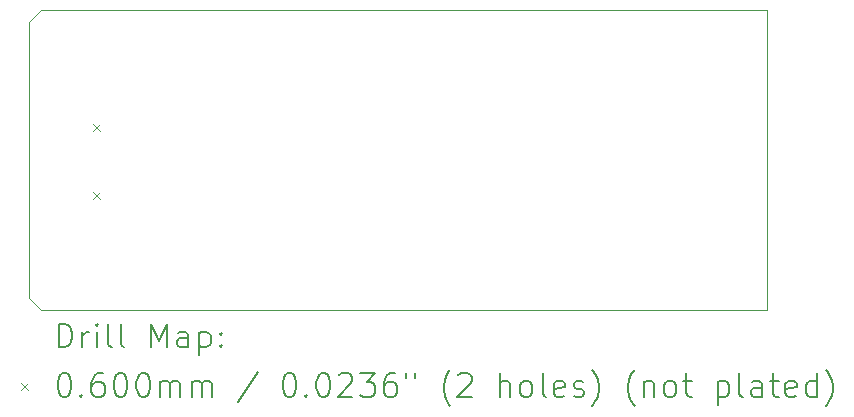
<source format=gbr>
%TF.GenerationSoftware,KiCad,Pcbnew,8.0.4*%
%TF.CreationDate,2024-11-10T20:26:29+01:00*%
%TF.ProjectId,NatSi-DevKit,4e617453-692d-4446-9576-4b69742e6b69,v1.0.0*%
%TF.SameCoordinates,Original*%
%TF.FileFunction,Drillmap*%
%TF.FilePolarity,Positive*%
%FSLAX45Y45*%
G04 Gerber Fmt 4.5, Leading zero omitted, Abs format (unit mm)*
G04 Created by KiCad (PCBNEW 8.0.4) date 2024-11-10 20:26:29*
%MOMM*%
%LPD*%
G01*
G04 APERTURE LIST*
%ADD10C,0.100000*%
%ADD11C,0.200000*%
G04 APERTURE END LIST*
D10*
X11323100Y-8713000D02*
X11221500Y-8814600D01*
X11221500Y-8814600D02*
X11221500Y-11151400D01*
X17475300Y-8713000D02*
X17475300Y-11253000D01*
X17475300Y-11253000D02*
X11323100Y-11253000D01*
X11221500Y-11151400D02*
X11323100Y-11253000D01*
X11323100Y-8713000D02*
X17475300Y-8713000D01*
D11*
D10*
X11768100Y-9676300D02*
X11828100Y-9736300D01*
X11828100Y-9676300D02*
X11768100Y-9736300D01*
X11768100Y-10254300D02*
X11828100Y-10314300D01*
X11828100Y-10254300D02*
X11768100Y-10314300D01*
D11*
X11477277Y-11569484D02*
X11477277Y-11369484D01*
X11477277Y-11369484D02*
X11524896Y-11369484D01*
X11524896Y-11369484D02*
X11553467Y-11379008D01*
X11553467Y-11379008D02*
X11572515Y-11398055D01*
X11572515Y-11398055D02*
X11582039Y-11417103D01*
X11582039Y-11417103D02*
X11591562Y-11455198D01*
X11591562Y-11455198D02*
X11591562Y-11483769D01*
X11591562Y-11483769D02*
X11582039Y-11521865D01*
X11582039Y-11521865D02*
X11572515Y-11540912D01*
X11572515Y-11540912D02*
X11553467Y-11559960D01*
X11553467Y-11559960D02*
X11524896Y-11569484D01*
X11524896Y-11569484D02*
X11477277Y-11569484D01*
X11677277Y-11569484D02*
X11677277Y-11436150D01*
X11677277Y-11474246D02*
X11686801Y-11455198D01*
X11686801Y-11455198D02*
X11696324Y-11445674D01*
X11696324Y-11445674D02*
X11715372Y-11436150D01*
X11715372Y-11436150D02*
X11734420Y-11436150D01*
X11801086Y-11569484D02*
X11801086Y-11436150D01*
X11801086Y-11369484D02*
X11791562Y-11379008D01*
X11791562Y-11379008D02*
X11801086Y-11388531D01*
X11801086Y-11388531D02*
X11810610Y-11379008D01*
X11810610Y-11379008D02*
X11801086Y-11369484D01*
X11801086Y-11369484D02*
X11801086Y-11388531D01*
X11924896Y-11569484D02*
X11905848Y-11559960D01*
X11905848Y-11559960D02*
X11896324Y-11540912D01*
X11896324Y-11540912D02*
X11896324Y-11369484D01*
X12029658Y-11569484D02*
X12010610Y-11559960D01*
X12010610Y-11559960D02*
X12001086Y-11540912D01*
X12001086Y-11540912D02*
X12001086Y-11369484D01*
X12258229Y-11569484D02*
X12258229Y-11369484D01*
X12258229Y-11369484D02*
X12324896Y-11512341D01*
X12324896Y-11512341D02*
X12391562Y-11369484D01*
X12391562Y-11369484D02*
X12391562Y-11569484D01*
X12572515Y-11569484D02*
X12572515Y-11464722D01*
X12572515Y-11464722D02*
X12562991Y-11445674D01*
X12562991Y-11445674D02*
X12543943Y-11436150D01*
X12543943Y-11436150D02*
X12505848Y-11436150D01*
X12505848Y-11436150D02*
X12486801Y-11445674D01*
X12572515Y-11559960D02*
X12553467Y-11569484D01*
X12553467Y-11569484D02*
X12505848Y-11569484D01*
X12505848Y-11569484D02*
X12486801Y-11559960D01*
X12486801Y-11559960D02*
X12477277Y-11540912D01*
X12477277Y-11540912D02*
X12477277Y-11521865D01*
X12477277Y-11521865D02*
X12486801Y-11502817D01*
X12486801Y-11502817D02*
X12505848Y-11493293D01*
X12505848Y-11493293D02*
X12553467Y-11493293D01*
X12553467Y-11493293D02*
X12572515Y-11483769D01*
X12667753Y-11436150D02*
X12667753Y-11636150D01*
X12667753Y-11445674D02*
X12686801Y-11436150D01*
X12686801Y-11436150D02*
X12724896Y-11436150D01*
X12724896Y-11436150D02*
X12743943Y-11445674D01*
X12743943Y-11445674D02*
X12753467Y-11455198D01*
X12753467Y-11455198D02*
X12762991Y-11474246D01*
X12762991Y-11474246D02*
X12762991Y-11531388D01*
X12762991Y-11531388D02*
X12753467Y-11550436D01*
X12753467Y-11550436D02*
X12743943Y-11559960D01*
X12743943Y-11559960D02*
X12724896Y-11569484D01*
X12724896Y-11569484D02*
X12686801Y-11569484D01*
X12686801Y-11569484D02*
X12667753Y-11559960D01*
X12848705Y-11550436D02*
X12858229Y-11559960D01*
X12858229Y-11559960D02*
X12848705Y-11569484D01*
X12848705Y-11569484D02*
X12839182Y-11559960D01*
X12839182Y-11559960D02*
X12848705Y-11550436D01*
X12848705Y-11550436D02*
X12848705Y-11569484D01*
X12848705Y-11445674D02*
X12858229Y-11455198D01*
X12858229Y-11455198D02*
X12848705Y-11464722D01*
X12848705Y-11464722D02*
X12839182Y-11455198D01*
X12839182Y-11455198D02*
X12848705Y-11445674D01*
X12848705Y-11445674D02*
X12848705Y-11464722D01*
D10*
X11156500Y-11868000D02*
X11216500Y-11928000D01*
X11216500Y-11868000D02*
X11156500Y-11928000D01*
D11*
X11515372Y-11789484D02*
X11534420Y-11789484D01*
X11534420Y-11789484D02*
X11553467Y-11799008D01*
X11553467Y-11799008D02*
X11562991Y-11808531D01*
X11562991Y-11808531D02*
X11572515Y-11827579D01*
X11572515Y-11827579D02*
X11582039Y-11865674D01*
X11582039Y-11865674D02*
X11582039Y-11913293D01*
X11582039Y-11913293D02*
X11572515Y-11951388D01*
X11572515Y-11951388D02*
X11562991Y-11970436D01*
X11562991Y-11970436D02*
X11553467Y-11979960D01*
X11553467Y-11979960D02*
X11534420Y-11989484D01*
X11534420Y-11989484D02*
X11515372Y-11989484D01*
X11515372Y-11989484D02*
X11496324Y-11979960D01*
X11496324Y-11979960D02*
X11486801Y-11970436D01*
X11486801Y-11970436D02*
X11477277Y-11951388D01*
X11477277Y-11951388D02*
X11467753Y-11913293D01*
X11467753Y-11913293D02*
X11467753Y-11865674D01*
X11467753Y-11865674D02*
X11477277Y-11827579D01*
X11477277Y-11827579D02*
X11486801Y-11808531D01*
X11486801Y-11808531D02*
X11496324Y-11799008D01*
X11496324Y-11799008D02*
X11515372Y-11789484D01*
X11667753Y-11970436D02*
X11677277Y-11979960D01*
X11677277Y-11979960D02*
X11667753Y-11989484D01*
X11667753Y-11989484D02*
X11658229Y-11979960D01*
X11658229Y-11979960D02*
X11667753Y-11970436D01*
X11667753Y-11970436D02*
X11667753Y-11989484D01*
X11848705Y-11789484D02*
X11810610Y-11789484D01*
X11810610Y-11789484D02*
X11791562Y-11799008D01*
X11791562Y-11799008D02*
X11782039Y-11808531D01*
X11782039Y-11808531D02*
X11762991Y-11837103D01*
X11762991Y-11837103D02*
X11753467Y-11875198D01*
X11753467Y-11875198D02*
X11753467Y-11951388D01*
X11753467Y-11951388D02*
X11762991Y-11970436D01*
X11762991Y-11970436D02*
X11772515Y-11979960D01*
X11772515Y-11979960D02*
X11791562Y-11989484D01*
X11791562Y-11989484D02*
X11829658Y-11989484D01*
X11829658Y-11989484D02*
X11848705Y-11979960D01*
X11848705Y-11979960D02*
X11858229Y-11970436D01*
X11858229Y-11970436D02*
X11867753Y-11951388D01*
X11867753Y-11951388D02*
X11867753Y-11903769D01*
X11867753Y-11903769D02*
X11858229Y-11884722D01*
X11858229Y-11884722D02*
X11848705Y-11875198D01*
X11848705Y-11875198D02*
X11829658Y-11865674D01*
X11829658Y-11865674D02*
X11791562Y-11865674D01*
X11791562Y-11865674D02*
X11772515Y-11875198D01*
X11772515Y-11875198D02*
X11762991Y-11884722D01*
X11762991Y-11884722D02*
X11753467Y-11903769D01*
X11991562Y-11789484D02*
X12010610Y-11789484D01*
X12010610Y-11789484D02*
X12029658Y-11799008D01*
X12029658Y-11799008D02*
X12039182Y-11808531D01*
X12039182Y-11808531D02*
X12048705Y-11827579D01*
X12048705Y-11827579D02*
X12058229Y-11865674D01*
X12058229Y-11865674D02*
X12058229Y-11913293D01*
X12058229Y-11913293D02*
X12048705Y-11951388D01*
X12048705Y-11951388D02*
X12039182Y-11970436D01*
X12039182Y-11970436D02*
X12029658Y-11979960D01*
X12029658Y-11979960D02*
X12010610Y-11989484D01*
X12010610Y-11989484D02*
X11991562Y-11989484D01*
X11991562Y-11989484D02*
X11972515Y-11979960D01*
X11972515Y-11979960D02*
X11962991Y-11970436D01*
X11962991Y-11970436D02*
X11953467Y-11951388D01*
X11953467Y-11951388D02*
X11943943Y-11913293D01*
X11943943Y-11913293D02*
X11943943Y-11865674D01*
X11943943Y-11865674D02*
X11953467Y-11827579D01*
X11953467Y-11827579D02*
X11962991Y-11808531D01*
X11962991Y-11808531D02*
X11972515Y-11799008D01*
X11972515Y-11799008D02*
X11991562Y-11789484D01*
X12182039Y-11789484D02*
X12201086Y-11789484D01*
X12201086Y-11789484D02*
X12220134Y-11799008D01*
X12220134Y-11799008D02*
X12229658Y-11808531D01*
X12229658Y-11808531D02*
X12239182Y-11827579D01*
X12239182Y-11827579D02*
X12248705Y-11865674D01*
X12248705Y-11865674D02*
X12248705Y-11913293D01*
X12248705Y-11913293D02*
X12239182Y-11951388D01*
X12239182Y-11951388D02*
X12229658Y-11970436D01*
X12229658Y-11970436D02*
X12220134Y-11979960D01*
X12220134Y-11979960D02*
X12201086Y-11989484D01*
X12201086Y-11989484D02*
X12182039Y-11989484D01*
X12182039Y-11989484D02*
X12162991Y-11979960D01*
X12162991Y-11979960D02*
X12153467Y-11970436D01*
X12153467Y-11970436D02*
X12143943Y-11951388D01*
X12143943Y-11951388D02*
X12134420Y-11913293D01*
X12134420Y-11913293D02*
X12134420Y-11865674D01*
X12134420Y-11865674D02*
X12143943Y-11827579D01*
X12143943Y-11827579D02*
X12153467Y-11808531D01*
X12153467Y-11808531D02*
X12162991Y-11799008D01*
X12162991Y-11799008D02*
X12182039Y-11789484D01*
X12334420Y-11989484D02*
X12334420Y-11856150D01*
X12334420Y-11875198D02*
X12343943Y-11865674D01*
X12343943Y-11865674D02*
X12362991Y-11856150D01*
X12362991Y-11856150D02*
X12391563Y-11856150D01*
X12391563Y-11856150D02*
X12410610Y-11865674D01*
X12410610Y-11865674D02*
X12420134Y-11884722D01*
X12420134Y-11884722D02*
X12420134Y-11989484D01*
X12420134Y-11884722D02*
X12429658Y-11865674D01*
X12429658Y-11865674D02*
X12448705Y-11856150D01*
X12448705Y-11856150D02*
X12477277Y-11856150D01*
X12477277Y-11856150D02*
X12496324Y-11865674D01*
X12496324Y-11865674D02*
X12505848Y-11884722D01*
X12505848Y-11884722D02*
X12505848Y-11989484D01*
X12601086Y-11989484D02*
X12601086Y-11856150D01*
X12601086Y-11875198D02*
X12610610Y-11865674D01*
X12610610Y-11865674D02*
X12629658Y-11856150D01*
X12629658Y-11856150D02*
X12658229Y-11856150D01*
X12658229Y-11856150D02*
X12677277Y-11865674D01*
X12677277Y-11865674D02*
X12686801Y-11884722D01*
X12686801Y-11884722D02*
X12686801Y-11989484D01*
X12686801Y-11884722D02*
X12696324Y-11865674D01*
X12696324Y-11865674D02*
X12715372Y-11856150D01*
X12715372Y-11856150D02*
X12743943Y-11856150D01*
X12743943Y-11856150D02*
X12762991Y-11865674D01*
X12762991Y-11865674D02*
X12772515Y-11884722D01*
X12772515Y-11884722D02*
X12772515Y-11989484D01*
X13162991Y-11779960D02*
X12991563Y-12037103D01*
X13420134Y-11789484D02*
X13439182Y-11789484D01*
X13439182Y-11789484D02*
X13458229Y-11799008D01*
X13458229Y-11799008D02*
X13467753Y-11808531D01*
X13467753Y-11808531D02*
X13477277Y-11827579D01*
X13477277Y-11827579D02*
X13486801Y-11865674D01*
X13486801Y-11865674D02*
X13486801Y-11913293D01*
X13486801Y-11913293D02*
X13477277Y-11951388D01*
X13477277Y-11951388D02*
X13467753Y-11970436D01*
X13467753Y-11970436D02*
X13458229Y-11979960D01*
X13458229Y-11979960D02*
X13439182Y-11989484D01*
X13439182Y-11989484D02*
X13420134Y-11989484D01*
X13420134Y-11989484D02*
X13401086Y-11979960D01*
X13401086Y-11979960D02*
X13391563Y-11970436D01*
X13391563Y-11970436D02*
X13382039Y-11951388D01*
X13382039Y-11951388D02*
X13372515Y-11913293D01*
X13372515Y-11913293D02*
X13372515Y-11865674D01*
X13372515Y-11865674D02*
X13382039Y-11827579D01*
X13382039Y-11827579D02*
X13391563Y-11808531D01*
X13391563Y-11808531D02*
X13401086Y-11799008D01*
X13401086Y-11799008D02*
X13420134Y-11789484D01*
X13572515Y-11970436D02*
X13582039Y-11979960D01*
X13582039Y-11979960D02*
X13572515Y-11989484D01*
X13572515Y-11989484D02*
X13562991Y-11979960D01*
X13562991Y-11979960D02*
X13572515Y-11970436D01*
X13572515Y-11970436D02*
X13572515Y-11989484D01*
X13705848Y-11789484D02*
X13724896Y-11789484D01*
X13724896Y-11789484D02*
X13743944Y-11799008D01*
X13743944Y-11799008D02*
X13753467Y-11808531D01*
X13753467Y-11808531D02*
X13762991Y-11827579D01*
X13762991Y-11827579D02*
X13772515Y-11865674D01*
X13772515Y-11865674D02*
X13772515Y-11913293D01*
X13772515Y-11913293D02*
X13762991Y-11951388D01*
X13762991Y-11951388D02*
X13753467Y-11970436D01*
X13753467Y-11970436D02*
X13743944Y-11979960D01*
X13743944Y-11979960D02*
X13724896Y-11989484D01*
X13724896Y-11989484D02*
X13705848Y-11989484D01*
X13705848Y-11989484D02*
X13686801Y-11979960D01*
X13686801Y-11979960D02*
X13677277Y-11970436D01*
X13677277Y-11970436D02*
X13667753Y-11951388D01*
X13667753Y-11951388D02*
X13658229Y-11913293D01*
X13658229Y-11913293D02*
X13658229Y-11865674D01*
X13658229Y-11865674D02*
X13667753Y-11827579D01*
X13667753Y-11827579D02*
X13677277Y-11808531D01*
X13677277Y-11808531D02*
X13686801Y-11799008D01*
X13686801Y-11799008D02*
X13705848Y-11789484D01*
X13848706Y-11808531D02*
X13858229Y-11799008D01*
X13858229Y-11799008D02*
X13877277Y-11789484D01*
X13877277Y-11789484D02*
X13924896Y-11789484D01*
X13924896Y-11789484D02*
X13943944Y-11799008D01*
X13943944Y-11799008D02*
X13953467Y-11808531D01*
X13953467Y-11808531D02*
X13962991Y-11827579D01*
X13962991Y-11827579D02*
X13962991Y-11846627D01*
X13962991Y-11846627D02*
X13953467Y-11875198D01*
X13953467Y-11875198D02*
X13839182Y-11989484D01*
X13839182Y-11989484D02*
X13962991Y-11989484D01*
X14029658Y-11789484D02*
X14153467Y-11789484D01*
X14153467Y-11789484D02*
X14086801Y-11865674D01*
X14086801Y-11865674D02*
X14115372Y-11865674D01*
X14115372Y-11865674D02*
X14134420Y-11875198D01*
X14134420Y-11875198D02*
X14143944Y-11884722D01*
X14143944Y-11884722D02*
X14153467Y-11903769D01*
X14153467Y-11903769D02*
X14153467Y-11951388D01*
X14153467Y-11951388D02*
X14143944Y-11970436D01*
X14143944Y-11970436D02*
X14134420Y-11979960D01*
X14134420Y-11979960D02*
X14115372Y-11989484D01*
X14115372Y-11989484D02*
X14058229Y-11989484D01*
X14058229Y-11989484D02*
X14039182Y-11979960D01*
X14039182Y-11979960D02*
X14029658Y-11970436D01*
X14324896Y-11789484D02*
X14286801Y-11789484D01*
X14286801Y-11789484D02*
X14267753Y-11799008D01*
X14267753Y-11799008D02*
X14258229Y-11808531D01*
X14258229Y-11808531D02*
X14239182Y-11837103D01*
X14239182Y-11837103D02*
X14229658Y-11875198D01*
X14229658Y-11875198D02*
X14229658Y-11951388D01*
X14229658Y-11951388D02*
X14239182Y-11970436D01*
X14239182Y-11970436D02*
X14248706Y-11979960D01*
X14248706Y-11979960D02*
X14267753Y-11989484D01*
X14267753Y-11989484D02*
X14305848Y-11989484D01*
X14305848Y-11989484D02*
X14324896Y-11979960D01*
X14324896Y-11979960D02*
X14334420Y-11970436D01*
X14334420Y-11970436D02*
X14343944Y-11951388D01*
X14343944Y-11951388D02*
X14343944Y-11903769D01*
X14343944Y-11903769D02*
X14334420Y-11884722D01*
X14334420Y-11884722D02*
X14324896Y-11875198D01*
X14324896Y-11875198D02*
X14305848Y-11865674D01*
X14305848Y-11865674D02*
X14267753Y-11865674D01*
X14267753Y-11865674D02*
X14248706Y-11875198D01*
X14248706Y-11875198D02*
X14239182Y-11884722D01*
X14239182Y-11884722D02*
X14229658Y-11903769D01*
X14420134Y-11789484D02*
X14420134Y-11827579D01*
X14496325Y-11789484D02*
X14496325Y-11827579D01*
X14791563Y-12065674D02*
X14782039Y-12056150D01*
X14782039Y-12056150D02*
X14762991Y-12027579D01*
X14762991Y-12027579D02*
X14753468Y-12008531D01*
X14753468Y-12008531D02*
X14743944Y-11979960D01*
X14743944Y-11979960D02*
X14734420Y-11932341D01*
X14734420Y-11932341D02*
X14734420Y-11894246D01*
X14734420Y-11894246D02*
X14743944Y-11846627D01*
X14743944Y-11846627D02*
X14753468Y-11818055D01*
X14753468Y-11818055D02*
X14762991Y-11799008D01*
X14762991Y-11799008D02*
X14782039Y-11770436D01*
X14782039Y-11770436D02*
X14791563Y-11760912D01*
X14858229Y-11808531D02*
X14867753Y-11799008D01*
X14867753Y-11799008D02*
X14886801Y-11789484D01*
X14886801Y-11789484D02*
X14934420Y-11789484D01*
X14934420Y-11789484D02*
X14953468Y-11799008D01*
X14953468Y-11799008D02*
X14962991Y-11808531D01*
X14962991Y-11808531D02*
X14972515Y-11827579D01*
X14972515Y-11827579D02*
X14972515Y-11846627D01*
X14972515Y-11846627D02*
X14962991Y-11875198D01*
X14962991Y-11875198D02*
X14848706Y-11989484D01*
X14848706Y-11989484D02*
X14972515Y-11989484D01*
X15210610Y-11989484D02*
X15210610Y-11789484D01*
X15296325Y-11989484D02*
X15296325Y-11884722D01*
X15296325Y-11884722D02*
X15286801Y-11865674D01*
X15286801Y-11865674D02*
X15267753Y-11856150D01*
X15267753Y-11856150D02*
X15239182Y-11856150D01*
X15239182Y-11856150D02*
X15220134Y-11865674D01*
X15220134Y-11865674D02*
X15210610Y-11875198D01*
X15420134Y-11989484D02*
X15401087Y-11979960D01*
X15401087Y-11979960D02*
X15391563Y-11970436D01*
X15391563Y-11970436D02*
X15382039Y-11951388D01*
X15382039Y-11951388D02*
X15382039Y-11894246D01*
X15382039Y-11894246D02*
X15391563Y-11875198D01*
X15391563Y-11875198D02*
X15401087Y-11865674D01*
X15401087Y-11865674D02*
X15420134Y-11856150D01*
X15420134Y-11856150D02*
X15448706Y-11856150D01*
X15448706Y-11856150D02*
X15467753Y-11865674D01*
X15467753Y-11865674D02*
X15477277Y-11875198D01*
X15477277Y-11875198D02*
X15486801Y-11894246D01*
X15486801Y-11894246D02*
X15486801Y-11951388D01*
X15486801Y-11951388D02*
X15477277Y-11970436D01*
X15477277Y-11970436D02*
X15467753Y-11979960D01*
X15467753Y-11979960D02*
X15448706Y-11989484D01*
X15448706Y-11989484D02*
X15420134Y-11989484D01*
X15601087Y-11989484D02*
X15582039Y-11979960D01*
X15582039Y-11979960D02*
X15572515Y-11960912D01*
X15572515Y-11960912D02*
X15572515Y-11789484D01*
X15753468Y-11979960D02*
X15734420Y-11989484D01*
X15734420Y-11989484D02*
X15696325Y-11989484D01*
X15696325Y-11989484D02*
X15677277Y-11979960D01*
X15677277Y-11979960D02*
X15667753Y-11960912D01*
X15667753Y-11960912D02*
X15667753Y-11884722D01*
X15667753Y-11884722D02*
X15677277Y-11865674D01*
X15677277Y-11865674D02*
X15696325Y-11856150D01*
X15696325Y-11856150D02*
X15734420Y-11856150D01*
X15734420Y-11856150D02*
X15753468Y-11865674D01*
X15753468Y-11865674D02*
X15762991Y-11884722D01*
X15762991Y-11884722D02*
X15762991Y-11903769D01*
X15762991Y-11903769D02*
X15667753Y-11922817D01*
X15839182Y-11979960D02*
X15858230Y-11989484D01*
X15858230Y-11989484D02*
X15896325Y-11989484D01*
X15896325Y-11989484D02*
X15915372Y-11979960D01*
X15915372Y-11979960D02*
X15924896Y-11960912D01*
X15924896Y-11960912D02*
X15924896Y-11951388D01*
X15924896Y-11951388D02*
X15915372Y-11932341D01*
X15915372Y-11932341D02*
X15896325Y-11922817D01*
X15896325Y-11922817D02*
X15867753Y-11922817D01*
X15867753Y-11922817D02*
X15848706Y-11913293D01*
X15848706Y-11913293D02*
X15839182Y-11894246D01*
X15839182Y-11894246D02*
X15839182Y-11884722D01*
X15839182Y-11884722D02*
X15848706Y-11865674D01*
X15848706Y-11865674D02*
X15867753Y-11856150D01*
X15867753Y-11856150D02*
X15896325Y-11856150D01*
X15896325Y-11856150D02*
X15915372Y-11865674D01*
X15991563Y-12065674D02*
X16001087Y-12056150D01*
X16001087Y-12056150D02*
X16020134Y-12027579D01*
X16020134Y-12027579D02*
X16029658Y-12008531D01*
X16029658Y-12008531D02*
X16039182Y-11979960D01*
X16039182Y-11979960D02*
X16048706Y-11932341D01*
X16048706Y-11932341D02*
X16048706Y-11894246D01*
X16048706Y-11894246D02*
X16039182Y-11846627D01*
X16039182Y-11846627D02*
X16029658Y-11818055D01*
X16029658Y-11818055D02*
X16020134Y-11799008D01*
X16020134Y-11799008D02*
X16001087Y-11770436D01*
X16001087Y-11770436D02*
X15991563Y-11760912D01*
X16353468Y-12065674D02*
X16343944Y-12056150D01*
X16343944Y-12056150D02*
X16324896Y-12027579D01*
X16324896Y-12027579D02*
X16315372Y-12008531D01*
X16315372Y-12008531D02*
X16305849Y-11979960D01*
X16305849Y-11979960D02*
X16296325Y-11932341D01*
X16296325Y-11932341D02*
X16296325Y-11894246D01*
X16296325Y-11894246D02*
X16305849Y-11846627D01*
X16305849Y-11846627D02*
X16315372Y-11818055D01*
X16315372Y-11818055D02*
X16324896Y-11799008D01*
X16324896Y-11799008D02*
X16343944Y-11770436D01*
X16343944Y-11770436D02*
X16353468Y-11760912D01*
X16429658Y-11856150D02*
X16429658Y-11989484D01*
X16429658Y-11875198D02*
X16439182Y-11865674D01*
X16439182Y-11865674D02*
X16458230Y-11856150D01*
X16458230Y-11856150D02*
X16486801Y-11856150D01*
X16486801Y-11856150D02*
X16505849Y-11865674D01*
X16505849Y-11865674D02*
X16515372Y-11884722D01*
X16515372Y-11884722D02*
X16515372Y-11989484D01*
X16639182Y-11989484D02*
X16620134Y-11979960D01*
X16620134Y-11979960D02*
X16610611Y-11970436D01*
X16610611Y-11970436D02*
X16601087Y-11951388D01*
X16601087Y-11951388D02*
X16601087Y-11894246D01*
X16601087Y-11894246D02*
X16610611Y-11875198D01*
X16610611Y-11875198D02*
X16620134Y-11865674D01*
X16620134Y-11865674D02*
X16639182Y-11856150D01*
X16639182Y-11856150D02*
X16667753Y-11856150D01*
X16667753Y-11856150D02*
X16686801Y-11865674D01*
X16686801Y-11865674D02*
X16696325Y-11875198D01*
X16696325Y-11875198D02*
X16705849Y-11894246D01*
X16705849Y-11894246D02*
X16705849Y-11951388D01*
X16705849Y-11951388D02*
X16696325Y-11970436D01*
X16696325Y-11970436D02*
X16686801Y-11979960D01*
X16686801Y-11979960D02*
X16667753Y-11989484D01*
X16667753Y-11989484D02*
X16639182Y-11989484D01*
X16762992Y-11856150D02*
X16839182Y-11856150D01*
X16791563Y-11789484D02*
X16791563Y-11960912D01*
X16791563Y-11960912D02*
X16801087Y-11979960D01*
X16801087Y-11979960D02*
X16820134Y-11989484D01*
X16820134Y-11989484D02*
X16839182Y-11989484D01*
X17058230Y-11856150D02*
X17058230Y-12056150D01*
X17058230Y-11865674D02*
X17077277Y-11856150D01*
X17077277Y-11856150D02*
X17115373Y-11856150D01*
X17115373Y-11856150D02*
X17134420Y-11865674D01*
X17134420Y-11865674D02*
X17143944Y-11875198D01*
X17143944Y-11875198D02*
X17153468Y-11894246D01*
X17153468Y-11894246D02*
X17153468Y-11951388D01*
X17153468Y-11951388D02*
X17143944Y-11970436D01*
X17143944Y-11970436D02*
X17134420Y-11979960D01*
X17134420Y-11979960D02*
X17115373Y-11989484D01*
X17115373Y-11989484D02*
X17077277Y-11989484D01*
X17077277Y-11989484D02*
X17058230Y-11979960D01*
X17267754Y-11989484D02*
X17248706Y-11979960D01*
X17248706Y-11979960D02*
X17239182Y-11960912D01*
X17239182Y-11960912D02*
X17239182Y-11789484D01*
X17429658Y-11989484D02*
X17429658Y-11884722D01*
X17429658Y-11884722D02*
X17420135Y-11865674D01*
X17420135Y-11865674D02*
X17401087Y-11856150D01*
X17401087Y-11856150D02*
X17362992Y-11856150D01*
X17362992Y-11856150D02*
X17343944Y-11865674D01*
X17429658Y-11979960D02*
X17410611Y-11989484D01*
X17410611Y-11989484D02*
X17362992Y-11989484D01*
X17362992Y-11989484D02*
X17343944Y-11979960D01*
X17343944Y-11979960D02*
X17334420Y-11960912D01*
X17334420Y-11960912D02*
X17334420Y-11941865D01*
X17334420Y-11941865D02*
X17343944Y-11922817D01*
X17343944Y-11922817D02*
X17362992Y-11913293D01*
X17362992Y-11913293D02*
X17410611Y-11913293D01*
X17410611Y-11913293D02*
X17429658Y-11903769D01*
X17496325Y-11856150D02*
X17572515Y-11856150D01*
X17524896Y-11789484D02*
X17524896Y-11960912D01*
X17524896Y-11960912D02*
X17534420Y-11979960D01*
X17534420Y-11979960D02*
X17553468Y-11989484D01*
X17553468Y-11989484D02*
X17572515Y-11989484D01*
X17715373Y-11979960D02*
X17696325Y-11989484D01*
X17696325Y-11989484D02*
X17658230Y-11989484D01*
X17658230Y-11989484D02*
X17639182Y-11979960D01*
X17639182Y-11979960D02*
X17629658Y-11960912D01*
X17629658Y-11960912D02*
X17629658Y-11884722D01*
X17629658Y-11884722D02*
X17639182Y-11865674D01*
X17639182Y-11865674D02*
X17658230Y-11856150D01*
X17658230Y-11856150D02*
X17696325Y-11856150D01*
X17696325Y-11856150D02*
X17715373Y-11865674D01*
X17715373Y-11865674D02*
X17724896Y-11884722D01*
X17724896Y-11884722D02*
X17724896Y-11903769D01*
X17724896Y-11903769D02*
X17629658Y-11922817D01*
X17896325Y-11989484D02*
X17896325Y-11789484D01*
X17896325Y-11979960D02*
X17877277Y-11989484D01*
X17877277Y-11989484D02*
X17839182Y-11989484D01*
X17839182Y-11989484D02*
X17820135Y-11979960D01*
X17820135Y-11979960D02*
X17810611Y-11970436D01*
X17810611Y-11970436D02*
X17801087Y-11951388D01*
X17801087Y-11951388D02*
X17801087Y-11894246D01*
X17801087Y-11894246D02*
X17810611Y-11875198D01*
X17810611Y-11875198D02*
X17820135Y-11865674D01*
X17820135Y-11865674D02*
X17839182Y-11856150D01*
X17839182Y-11856150D02*
X17877277Y-11856150D01*
X17877277Y-11856150D02*
X17896325Y-11865674D01*
X17972516Y-12065674D02*
X17982039Y-12056150D01*
X17982039Y-12056150D02*
X18001087Y-12027579D01*
X18001087Y-12027579D02*
X18010611Y-12008531D01*
X18010611Y-12008531D02*
X18020135Y-11979960D01*
X18020135Y-11979960D02*
X18029658Y-11932341D01*
X18029658Y-11932341D02*
X18029658Y-11894246D01*
X18029658Y-11894246D02*
X18020135Y-11846627D01*
X18020135Y-11846627D02*
X18010611Y-11818055D01*
X18010611Y-11818055D02*
X18001087Y-11799008D01*
X18001087Y-11799008D02*
X17982039Y-11770436D01*
X17982039Y-11770436D02*
X17972516Y-11760912D01*
M02*

</source>
